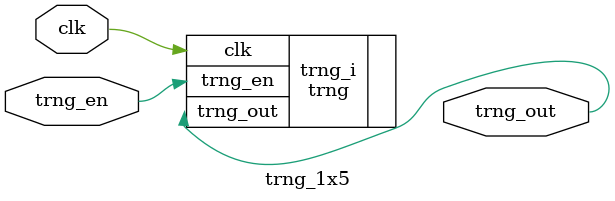
<source format=sv>


`default_nettype none

module trng_1x5 (
    input  clk,     // Sampling clock
    input  trng_en, // Enable all ring oscillators
    output trng_out // Output of the trng
);

    localparam NUM_OSCILLATORS = 1;
    localparam NUM_INVERTER = 5;

    trng #(
        .NUM_INVERTER       (NUM_INVERTER),
        .NUM_OSCILLATORS    (NUM_OSCILLATORS)
    ) trng_i (
        .clk        (clk),
        .trng_en    (trng_en),
        .trng_out   (trng_out)
    );

endmodule

</source>
